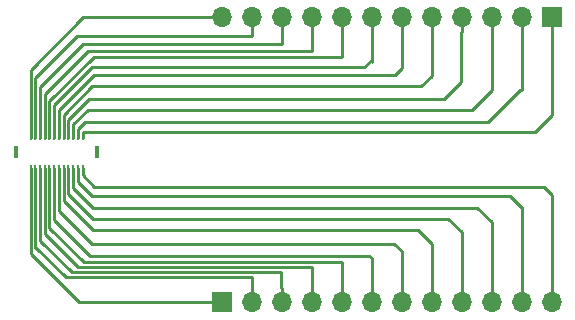
<source format=gbr>
G04 #@! TF.GenerationSoftware,KiCad,Pcbnew,(5.1.2)-2*
G04 #@! TF.CreationDate,2019-09-03T11:35:37+08:00*
G04 #@! TF.ProjectId,adapter,61646170-7465-4722-9e6b-696361645f70,rev?*
G04 #@! TF.SameCoordinates,Original*
G04 #@! TF.FileFunction,Copper,L1,Top*
G04 #@! TF.FilePolarity,Positive*
%FSLAX46Y46*%
G04 Gerber Fmt 4.6, Leading zero omitted, Abs format (unit mm)*
G04 Created by KiCad (PCBNEW (5.1.2)-2) date 2019-09-03 11:35:37*
%MOMM*%
%LPD*%
G04 APERTURE LIST*
%ADD10R,0.230000X0.630000*%
%ADD11R,0.380000X1.100000*%
%ADD12R,1.700000X1.700000*%
%ADD13O,1.700000X1.700000*%
%ADD14C,0.220000*%
G04 APERTURE END LIST*
D10*
X81480000Y-101655000D03*
X81080000Y-101655000D03*
X81880000Y-101655000D03*
X82280000Y-101655000D03*
X82680000Y-101655000D03*
X83080000Y-101655000D03*
X83480000Y-101655000D03*
X80680000Y-101655000D03*
X80280000Y-101655000D03*
X79880000Y-101655000D03*
X79480000Y-101655000D03*
X79080000Y-101655000D03*
X82680000Y-99005000D03*
X83480000Y-99005000D03*
X81480000Y-99005000D03*
X83080000Y-99005000D03*
X80680000Y-99005000D03*
X79880000Y-99005000D03*
X79480000Y-99005000D03*
X81080000Y-99005000D03*
X82280000Y-99005000D03*
X80280000Y-99005000D03*
X81880000Y-99005000D03*
X79080000Y-99005000D03*
D11*
X84720000Y-100330000D03*
X77840000Y-100330000D03*
D12*
X123190000Y-88900000D03*
D13*
X120650000Y-88900000D03*
X118110000Y-88900000D03*
X115570000Y-88900000D03*
X113030000Y-88900000D03*
X110490000Y-88900000D03*
X107950000Y-88900000D03*
X105410000Y-88900000D03*
X102870000Y-88900000D03*
X100330000Y-88900000D03*
X97790000Y-88900000D03*
X95250000Y-88900000D03*
X123190000Y-113030000D03*
X120650000Y-113030000D03*
X118110000Y-113030000D03*
X115570000Y-113030000D03*
X113030000Y-113030000D03*
X110490000Y-113030000D03*
X107950000Y-113030000D03*
X105410000Y-113030000D03*
X102870000Y-113030000D03*
X100330000Y-113030000D03*
X97790000Y-113030000D03*
D12*
X95250000Y-113030000D03*
D14*
X83525000Y-88900000D02*
X95250000Y-88900000D01*
X79080000Y-99115000D02*
X79080000Y-93345000D01*
X79080000Y-93345000D02*
X83525000Y-88900000D01*
X113030000Y-93870000D02*
X113030000Y-88900000D01*
X112150000Y-94750000D02*
X113030000Y-93870000D01*
X84275000Y-94750000D02*
X112150000Y-94750000D01*
X81880000Y-99115000D02*
X81880000Y-97145000D01*
X81880000Y-97145000D02*
X84275000Y-94750000D01*
X80280000Y-99115000D02*
X80280000Y-95380000D01*
X102870000Y-90102081D02*
X102875000Y-90107081D01*
X102870000Y-88900000D02*
X102870000Y-90102081D01*
X102875000Y-90107081D02*
X102875000Y-91750000D01*
X80280000Y-95380000D02*
X80295000Y-95380000D01*
X83925000Y-91750000D02*
X102875000Y-91750000D01*
X80295000Y-95380000D02*
X83925000Y-91750000D01*
X115570000Y-90102081D02*
X115575000Y-90107081D01*
X115570000Y-88900000D02*
X115570000Y-90102081D01*
X115550000Y-90122081D02*
X115570000Y-90102081D01*
X115550000Y-94350000D02*
X115550000Y-90122081D01*
X114100000Y-95800000D02*
X115550000Y-94350000D01*
X84050000Y-95800000D02*
X114100000Y-95800000D01*
X82280000Y-99115000D02*
X82280000Y-97570000D01*
X82280000Y-97570000D02*
X84050000Y-95800000D01*
X107325000Y-93125000D02*
X107950000Y-92500000D01*
X84275000Y-93125000D02*
X107325000Y-93125000D01*
X81080000Y-96320000D02*
X84275000Y-93125000D01*
X81080000Y-99115000D02*
X81080000Y-96320000D01*
X107950000Y-88900000D02*
X107950000Y-92500000D01*
X107950000Y-92500000D02*
X107950000Y-92675000D01*
X97790000Y-90510000D02*
X97790000Y-88900000D01*
X83040000Y-90510000D02*
X97790000Y-90510000D01*
X79480000Y-99115000D02*
X79480000Y-94070000D01*
X79480000Y-94070000D02*
X83040000Y-90510000D01*
X100330000Y-90102081D02*
X100330000Y-88900000D01*
X79880000Y-94795000D02*
X83475000Y-91200000D01*
X79880000Y-99115000D02*
X79880000Y-94795000D01*
X83475000Y-91200000D02*
X100300000Y-91200000D01*
X100300000Y-91200000D02*
X100325000Y-91175000D01*
X100325000Y-91175000D02*
X100325000Y-90107081D01*
X100325000Y-90107081D02*
X100330000Y-90102081D01*
X105410000Y-92240000D02*
X105410000Y-88900000D01*
X84435000Y-92240000D02*
X105410000Y-92240000D01*
X80680000Y-99115000D02*
X80680000Y-95995000D01*
X80680000Y-95995000D02*
X84435000Y-92240000D01*
X83080000Y-99115000D02*
X83080000Y-98330000D01*
X83660000Y-97750000D02*
X117825000Y-97750000D01*
X83080000Y-98330000D02*
X83660000Y-97750000D01*
X120550000Y-95025000D02*
X120650000Y-95025000D01*
X117825000Y-97750000D02*
X120550000Y-95025000D01*
X120650000Y-88900000D02*
X120650000Y-95025000D01*
X120650000Y-94425000D02*
X120650000Y-95025000D01*
X110490000Y-93190000D02*
X110490000Y-88900000D01*
X109930000Y-93750000D02*
X110490000Y-93190000D01*
X84450000Y-93750000D02*
X109930000Y-93750000D01*
X81480000Y-99115000D02*
X81480000Y-96720000D01*
X81480000Y-96720000D02*
X84450000Y-93750000D01*
X83480000Y-99055000D02*
X83475000Y-99050000D01*
X83480000Y-99115000D02*
X83480000Y-99055000D01*
X83480000Y-98580000D02*
X83475000Y-98575000D01*
X83480000Y-99115000D02*
X83480000Y-98580000D01*
X123190000Y-88900000D02*
X123190000Y-97210000D01*
X121820000Y-98580000D02*
X83480000Y-98580000D01*
X123190000Y-97210000D02*
X121820000Y-98580000D01*
X82680000Y-99115000D02*
X82680000Y-97955000D01*
X118110000Y-88900000D02*
X118110000Y-95065000D01*
X82680000Y-97955000D02*
X82695000Y-97955000D01*
X82695000Y-97955000D02*
X83900000Y-96750000D01*
X116425000Y-96750000D02*
X118110000Y-95065000D01*
X83900000Y-96750000D02*
X116425000Y-96750000D01*
X94180000Y-113030000D02*
X94170000Y-113020000D01*
X95250000Y-113030000D02*
X94180000Y-113030000D01*
X83140000Y-113030000D02*
X95250000Y-113030000D01*
X79080000Y-101655000D02*
X79080000Y-108970000D01*
X79080000Y-108970000D02*
X83140000Y-113030000D01*
X97790000Y-111827919D02*
X97790000Y-113030000D01*
X97790000Y-110910000D02*
X97790000Y-111827919D01*
X82080000Y-110910000D02*
X97790000Y-110910000D01*
X79560000Y-108390000D02*
X82080000Y-110910000D01*
X79480000Y-101655000D02*
X79480000Y-108390000D01*
X79480000Y-108390000D02*
X79560000Y-108390000D01*
X100330000Y-111827919D02*
X100330000Y-113030000D01*
X100320000Y-111817919D02*
X100330000Y-111827919D01*
X100320000Y-110470000D02*
X100320000Y-111817919D01*
X82550000Y-110470000D02*
X100320000Y-110470000D01*
X79880000Y-101655000D02*
X79880000Y-107800000D01*
X79880000Y-107800000D02*
X82550000Y-110470000D01*
X102870000Y-111827919D02*
X102870000Y-113030000D01*
X102870000Y-110000000D02*
X102870000Y-111827919D01*
X83060000Y-110000000D02*
X102870000Y-110000000D01*
X80280000Y-101655000D02*
X80280000Y-107220000D01*
X80280000Y-107220000D02*
X83060000Y-110000000D01*
X105410000Y-111827919D02*
X105410000Y-113030000D01*
X80680000Y-101655000D02*
X80680000Y-106760000D01*
X80680000Y-106760000D02*
X83569990Y-109649990D01*
X83569990Y-109649990D02*
X105419990Y-109649990D01*
X105419990Y-109649990D02*
X105420000Y-109650000D01*
X105420000Y-109650000D02*
X105420000Y-111817919D01*
X105420000Y-111817919D02*
X105410000Y-111827919D01*
X123190000Y-103940000D02*
X123190000Y-113030000D01*
X122510000Y-103260000D02*
X123190000Y-103940000D01*
X84460000Y-103260000D02*
X122510000Y-103260000D01*
X83480000Y-101655000D02*
X83480000Y-102280000D01*
X83480000Y-102280000D02*
X84460000Y-103260000D01*
X83080000Y-101655000D02*
X83080000Y-102810000D01*
X83080000Y-102810000D02*
X83110000Y-102810000D01*
X83110000Y-102810000D02*
X84310000Y-104010000D01*
X119630000Y-104010000D02*
X120650000Y-105030000D01*
X84310000Y-104010000D02*
X119630000Y-104010000D01*
X120650000Y-113030000D02*
X120650000Y-105030000D01*
X120650000Y-105030000D02*
X120650000Y-105000000D01*
X118110000Y-106270000D02*
X118110000Y-113030000D01*
X116870000Y-105030000D02*
X118110000Y-106270000D01*
X84360000Y-105030000D02*
X116870000Y-105030000D01*
X82680000Y-101655000D02*
X82680000Y-103350000D01*
X82680000Y-103350000D02*
X84360000Y-105030000D01*
X115570000Y-107110000D02*
X115570000Y-113030000D01*
X114420000Y-105960000D02*
X115570000Y-107110000D01*
X84350000Y-105960000D02*
X114420000Y-105960000D01*
X82280000Y-101655000D02*
X82280000Y-103890000D01*
X82280000Y-103890000D02*
X84350000Y-105960000D01*
X81880000Y-104460000D02*
X81900000Y-104460000D01*
X81880000Y-101655000D02*
X81880000Y-104460000D01*
X81900000Y-104460000D02*
X84340000Y-106900000D01*
X113030000Y-111827919D02*
X113030000Y-113030000D01*
X84340000Y-106900000D02*
X111860000Y-106900000D01*
X111860000Y-106900000D02*
X113030000Y-108070000D01*
X113030000Y-108070000D02*
X113030000Y-111827919D01*
X107950000Y-109250000D02*
X107950000Y-113030000D01*
X107770000Y-109070000D02*
X107950000Y-109250000D01*
X84080000Y-109070000D02*
X107770000Y-109070000D01*
X81080000Y-101655000D02*
X81080000Y-106070000D01*
X81080000Y-106070000D02*
X84080000Y-109070000D01*
X110490000Y-108710000D02*
X110490000Y-113030000D01*
X109860000Y-108080000D02*
X110490000Y-108710000D01*
X84290000Y-108080000D02*
X109860000Y-108080000D01*
X81480000Y-101655000D02*
X81480000Y-105270000D01*
X81480000Y-105270000D02*
X84290000Y-108080000D01*
M02*

</source>
